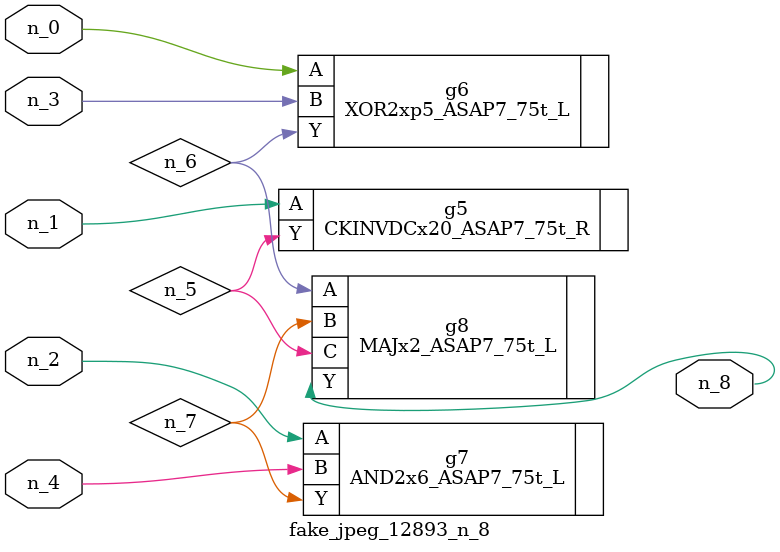
<source format=v>
module fake_jpeg_12893_n_8 (n_3, n_2, n_1, n_0, n_4, n_8);

input n_3;
input n_2;
input n_1;
input n_0;
input n_4;

output n_8;

wire n_6;
wire n_5;
wire n_7;

CKINVDCx20_ASAP7_75t_R g5 ( 
.A(n_1),
.Y(n_5)
);

XOR2xp5_ASAP7_75t_L g6 ( 
.A(n_0),
.B(n_3),
.Y(n_6)
);

AND2x6_ASAP7_75t_L g7 ( 
.A(n_2),
.B(n_4),
.Y(n_7)
);

MAJx2_ASAP7_75t_L g8 ( 
.A(n_6),
.B(n_7),
.C(n_5),
.Y(n_8)
);


endmodule
</source>
